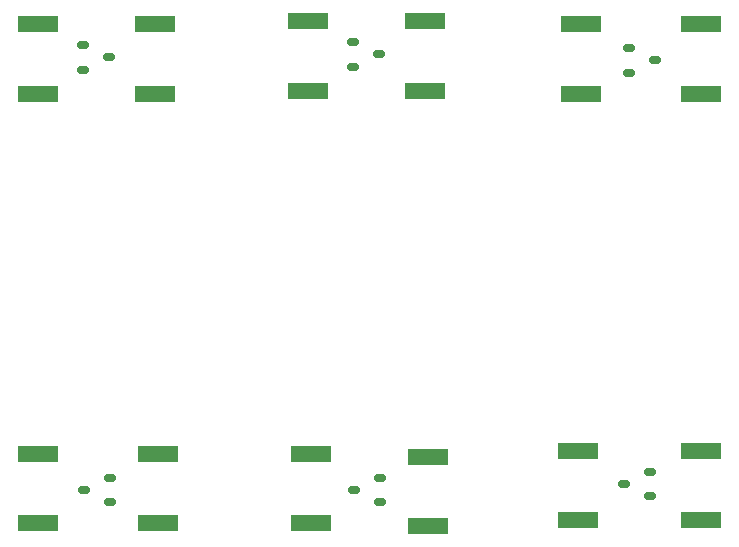
<source format=gbr>
%TF.GenerationSoftware,KiCad,Pcbnew,8.0.8*%
%TF.CreationDate,2025-02-03T14:33:15-05:00*%
%TF.ProjectId,Passive Cap Bank V1,50617373-6976-4652-9043-61702042616e,1.0*%
%TF.SameCoordinates,Original*%
%TF.FileFunction,Paste,Bot*%
%TF.FilePolarity,Positive*%
%FSLAX46Y46*%
G04 Gerber Fmt 4.6, Leading zero omitted, Abs format (unit mm)*
G04 Created by KiCad (PCBNEW 8.0.8) date 2025-02-03 14:33:15*
%MOMM*%
%LPD*%
G01*
G04 APERTURE LIST*
G04 Aperture macros list*
%AMRoundRect*
0 Rectangle with rounded corners*
0 $1 Rounding radius*
0 $2 $3 $4 $5 $6 $7 $8 $9 X,Y pos of 4 corners*
0 Add a 4 corners polygon primitive as box body*
4,1,4,$2,$3,$4,$5,$6,$7,$8,$9,$2,$3,0*
0 Add four circle primitives for the rounded corners*
1,1,$1+$1,$2,$3*
1,1,$1+$1,$4,$5*
1,1,$1+$1,$6,$7*
1,1,$1+$1,$8,$9*
0 Add four rect primitives between the rounded corners*
20,1,$1+$1,$2,$3,$4,$5,0*
20,1,$1+$1,$4,$5,$6,$7,0*
20,1,$1+$1,$6,$7,$8,$9,0*
20,1,$1+$1,$8,$9,$2,$3,0*%
G04 Aperture macros list end*
%ADD10RoundRect,0.150000X0.350000X0.150000X-0.350000X0.150000X-0.350000X-0.150000X0.350000X-0.150000X0*%
%ADD11RoundRect,0.150000X-0.350000X-0.150000X0.350000X-0.150000X0.350000X0.150000X-0.350000X0.150000X0*%
%ADD12R,3.454400X1.320800*%
%ADD13R,3.460000X1.330000*%
G04 APERTURE END LIST*
D10*
%TO.C,Q3*%
X65710600Y-153650241D03*
X65710600Y-155710241D03*
X63510600Y-154680241D03*
%TD*%
D11*
%TO.C,Q5*%
X86284600Y-118852241D03*
X86284600Y-116792241D03*
X88484600Y-117822241D03*
%TD*%
D12*
%TO.C,R9*%
X82474600Y-120884241D03*
X82474600Y-114991441D03*
%TD*%
%TO.C,R5*%
X69774600Y-151618241D03*
X69774600Y-157511041D03*
%TD*%
%TO.C,R1*%
X115748600Y-151364241D03*
X115748600Y-157257041D03*
%TD*%
%TO.C,R11*%
X105588600Y-121138241D03*
X105588600Y-115245441D03*
%TD*%
D13*
%TO.C,R10*%
X92380600Y-114996241D03*
X92380600Y-120884241D03*
%TD*%
D11*
%TO.C,Q6*%
X109652600Y-119360241D03*
X109652600Y-117300241D03*
X111852600Y-118330241D03*
%TD*%
%TO.C,Q4*%
X63424600Y-119106241D03*
X63424600Y-117046241D03*
X65624600Y-118076241D03*
%TD*%
D10*
%TO.C,Q2*%
X88570600Y-153650241D03*
X88570600Y-155710241D03*
X86370600Y-154680241D03*
%TD*%
D12*
%TO.C,R3*%
X92634600Y-151872241D03*
X92634600Y-157765041D03*
%TD*%
D13*
%TO.C,R8*%
X69520600Y-115250241D03*
X69520600Y-121138241D03*
%TD*%
%TO.C,R12*%
X115748600Y-115250241D03*
X115748600Y-121138241D03*
%TD*%
D12*
%TO.C,R7*%
X59614600Y-121138241D03*
X59614600Y-115245441D03*
%TD*%
D13*
%TO.C,R2*%
X105334600Y-157252241D03*
X105334600Y-151364241D03*
%TD*%
%TO.C,R6*%
X59614600Y-157506241D03*
X59614600Y-151618241D03*
%TD*%
%TO.C,R4*%
X82728600Y-157506241D03*
X82728600Y-151618241D03*
%TD*%
D10*
%TO.C,Q1*%
X111430600Y-153142241D03*
X111430600Y-155202241D03*
X109230600Y-154172241D03*
%TD*%
M02*

</source>
